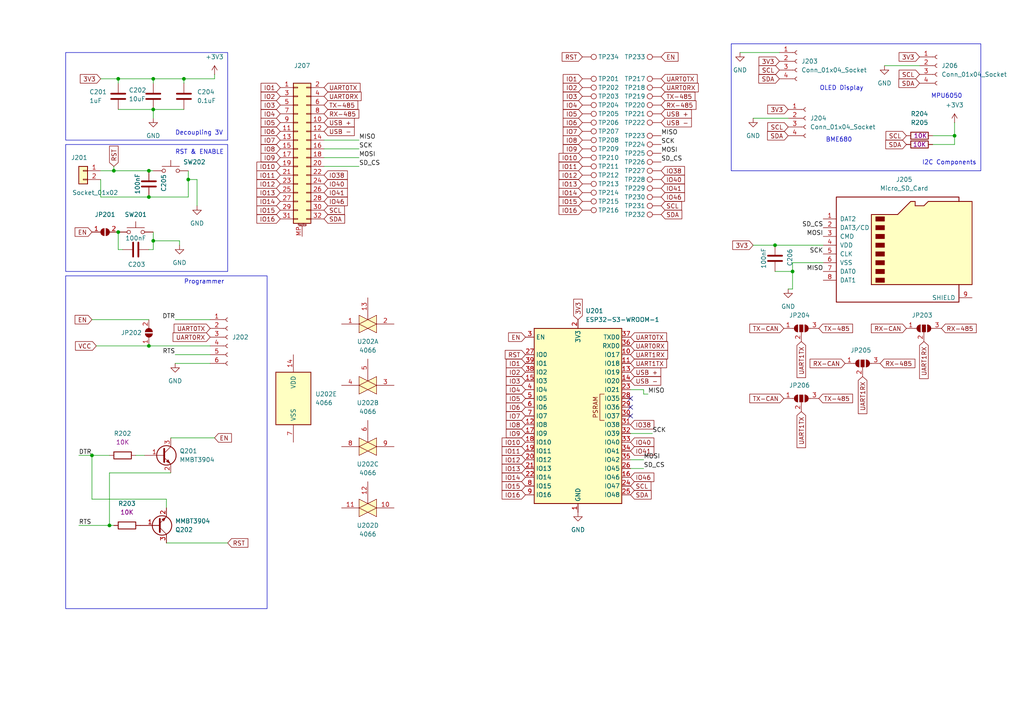
<source format=kicad_sch>
(kicad_sch (version 20231120) (generator "eeschema") (generator_version "8.0")
  (paper "A4")
  (junction (at 229.87 78.74))
  (junction (at 34.29 22.86))
  (junction (at 33.02 49.53))
  (junction (at 224.79 71.12))
  (junction (at 44.45 69.85))
  (junction (at 31.75 152.4))
  (junction (at 43.18 49.53))
  (junction (at 43.18 100.33))
  (junction (at 44.45 22.86))
  (junction (at 43.18 57.15))
  (junction (at 53.34 22.86))
  (junction (at 44.45 31.75))
  (junction (at 26.67 132.08))
  (junction (at 34.29 67.31))
  (junction (at 276.86 39.37))
  (junction (at 54.61 52.07))
  (no_connect (at 182.88 118.11))
  (no_connect (at 182.88 120.65))
  (no_connect (at 182.88 115.57))
  (wire (pts (xy 62.23 21.59) (xy 62.23 22.86)))
  (wire (pts (xy 26.67 92.71) (xy 43.18 92.71)))
  (wire (pts (xy 104.14 43.18) (xy 93.98 43.18)))
  (wire (pts (xy 53.34 22.86) (xy 44.45 22.86)))
  (wire (pts (xy 104.14 45.72) (xy 93.98 45.72)))
  (wire (pts (xy 34.29 22.86) (xy 44.45 22.86)))
  (wire (pts (xy 276.86 41.91) (xy 276.86 39.37)))
  (wire (pts (xy 229.87 83.82) (xy 229.87 78.74)))
  (wire (pts (xy 53.34 24.13) (xy 53.34 22.86)))
  (wire (pts (xy 229.87 76.2) (xy 238.76 76.2)))
  (wire (pts (xy 50.8 102.87) (xy 60.96 102.87)))
  (wire (pts (xy 229.87 78.74) (xy 229.87 76.2)))
  (wire (pts (xy 44.45 69.85) (xy 44.45 72.39)))
  (wire (pts (xy 54.61 49.53) (xy 54.61 52.07)))
  (wire (pts (xy 50.8 105.41) (xy 60.96 105.41)))
  (wire (pts (xy 50.8 92.71) (xy 60.96 92.71)))
  (wire (pts (xy 33.02 48.26) (xy 33.02 49.53)))
  (wire (pts (xy 31.75 132.08) (xy 26.67 132.08)))
  (wire (pts (xy 182.88 125.73) (xy 189.23 125.73)))
  (wire (pts (xy 33.02 49.53) (xy 43.18 49.53)))
  (wire (pts (xy 104.14 48.26) (xy 93.98 48.26)))
  (wire (pts (xy 187.96 114.3) (xy 186.69 114.3)))
  (wire (pts (xy 49.53 127) (xy 62.23 127)))
  (wire (pts (xy 48.26 157.48) (xy 66.04 157.48)))
  (wire (pts (xy 33.02 152.4) (xy 31.75 152.4)))
  (wire (pts (xy 34.29 31.75) (xy 44.45 31.75)))
  (wire (pts (xy 43.18 57.15) (xy 54.61 57.15)))
  (wire (pts (xy 22.86 132.08) (xy 26.67 132.08)))
  (wire (pts (xy 52.07 71.12) (xy 52.07 69.85)))
  (wire (pts (xy 57.15 52.07) (xy 54.61 52.07)))
  (wire (pts (xy 48.26 144.78) (xy 48.26 147.32)))
  (wire (pts (xy 224.79 71.12) (xy 238.76 71.12)))
  (wire (pts (xy 214.63 15.24) (xy 226.06 15.24)))
  (wire (pts (xy 57.15 52.07) (xy 57.15 59.69)))
  (wire (pts (xy 186.69 113.03) (xy 182.88 113.03)))
  (wire (pts (xy 53.34 22.86) (xy 62.23 22.86)))
  (wire (pts (xy 44.45 67.31) (xy 44.45 69.85)))
  (wire (pts (xy 218.44 34.29) (xy 228.6 34.29)))
  (wire (pts (xy 276.86 39.37) (xy 276.86 35.56)))
  (wire (pts (xy 182.88 135.89) (xy 186.69 135.89)))
  (wire (pts (xy 228.6 83.82) (xy 229.87 83.82)))
  (wire (pts (xy 256.54 19.05) (xy 266.7 19.05)))
  (wire (pts (xy 44.45 31.75) (xy 44.45 34.29)))
  (wire (pts (xy 31.75 137.16) (xy 31.75 152.4)))
  (wire (pts (xy 43.18 49.53) (xy 44.45 49.53)))
  (wire (pts (xy 186.69 114.3) (xy 186.69 113.03)))
  (wire (pts (xy 54.61 57.15) (xy 54.61 52.07)))
  (wire (pts (xy 43.18 72.39) (xy 44.45 72.39)))
  (wire (pts (xy 29.21 57.15) (xy 29.21 52.07)))
  (wire (pts (xy 29.21 57.15) (xy 43.18 57.15)))
  (wire (pts (xy 22.86 152.4) (xy 31.75 152.4)))
  (wire (pts (xy 224.79 78.74) (xy 229.87 78.74)))
  (wire (pts (xy 44.45 22.86) (xy 44.45 24.13)))
  (wire (pts (xy 31.75 137.16) (xy 49.53 137.16)))
  (wire (pts (xy 270.51 41.91) (xy 276.86 41.91)))
  (wire (pts (xy 27.94 100.33) (xy 43.18 100.33)))
  (wire (pts (xy 29.21 22.86) (xy 34.29 22.86)))
  (wire (pts (xy 26.67 144.78) (xy 48.26 144.78)))
  (wire (pts (xy 182.88 133.35) (xy 186.69 133.35)))
  (wire (pts (xy 218.44 71.12) (xy 224.79 71.12)))
  (wire (pts (xy 53.34 31.75) (xy 44.45 31.75)))
  (wire (pts (xy 34.29 67.31) (xy 34.29 72.39)))
  (wire (pts (xy 52.07 69.85) (xy 44.45 69.85)))
  (wire (pts (xy 34.29 72.39) (xy 35.56 72.39)))
  (wire (pts (xy 26.67 132.08) (xy 26.67 144.78)))
  (wire (pts (xy 104.14 40.64) (xy 93.98 40.64)))
  (wire (pts (xy 34.29 22.86) (xy 34.29 24.13)))
  (wire (pts (xy 39.37 132.08) (xy 41.91 132.08)))
  (wire (pts (xy 43.18 100.33) (xy 60.96 100.33)))
  (wire (pts (xy 33.02 49.53) (xy 29.21 49.53)))
  (wire (pts (xy 270.51 39.37) (xy 276.86 39.37)))
  (rectangle (start 19.05 80.01) (end 77.47 176.53))
  (rectangle (start 212.09 12.7) (end 284.48 49.53))
  (rectangle (start 19.05 15.24) (end 66.04 40.64))
  (rectangle (start 19.05 41.91) (end 66.04 78.74))
  (text "RST & ENABLE\n " (at 50.8 46.99 0) (effects (font (size 1.27 1.27)) (justify left bottom)))
  (text "Decoupling 3V\n" (at 50.8 39.37 0) (effects (font (size 1.27 1.27)) (justify left bottom)))
  (text "Programmer\n" (at 53.34 82.55 0) (effects (font (size 1.27 1.27)) (justify left bottom)))
  (text "OLED Display" (at 244.094 25.654 0) (effects (font (size 1.27 1.27))))
  (text "I2C Components" (at 275.336 47.244 0) (effects (font (size 1.27 1.27))))
  (text "MPU6050\n" (at 274.574 27.94 0) (effects (font (size 1.27 1.27))))
  (text "BME680" (at 243.332 40.64 0) (effects (font (size 1.27 1.27))))
  (label "DTR" (at 22.86 132.08 0))
  (label "MOSI" (at 186.69 133.35 0))
  (label "DTR" (at 50.8 92.71 180))
  (label "SD_CS" (at 191.77 46.99 0))
  (label "MISO" (at 191.77 39.37 0))
  (label "SCK" (at 189.23 125.73 0))
  (label "SD_CS" (at 186.69 135.89 0))
  (label "SCK" (at 238.76 73.66 180))
  (label "MOSI" (at 238.76 68.58 180))
  (label "MOSI" (at 104.14 45.72 0))
  (label "SD_CS" (at 104.14 48.26 0))
  (label "SCK" (at 191.77 41.91 0))
  (label "MISO" (at 104.14 40.64 0))
  (label "MISO" (at 238.76 78.74 180))
  (label "MOSI" (at 191.77 44.45 0))
  (label "MISO" (at 187.96 114.3 0))
  (label "RTS" (at 50.8 102.87 180))
  (label "SCK" (at 104.14 43.18 0))
  (label "SD_CS" (at 238.76 66.04 180))
  (label "RTS" (at 22.86 152.4 0))
  (global_label "IO5" (shape input) (at 152.4 115.57 180) (property "Intersheetrefs" "${INTERSHEET_REFS}" (effects (hide yes))))
  (global_label "IO38" (shape input) (at 182.88 123.19 0) (property "Intersheetrefs" "${INTERSHEET_REFS}" (effects (hide yes))))
  (global_label "IO46" (shape input) (at 182.88 138.43 0) (property "Intersheetrefs" "${INTERSHEET_REFS}" (effects (hide yes))))
  (global_label "IO14" (shape input) (at 168.91 55.88 180) (property "Intersheetrefs" "${INTERSHEET_REFS}" (effects (hide yes))))
  (global_label "SDA" (shape input) (at 93.98 63.5 0) (property "Intersheetrefs" "${INTERSHEET_REFS}" (effects (hide yes))))
  (global_label "IO5" (shape input) (at 81.28 35.56 180) (property "Intersheetrefs" "${INTERSHEET_REFS}" (effects (hide yes))))
  (global_label "IO2" (shape input) (at 152.4 107.95 180) (property "Intersheetrefs" "${INTERSHEET_REFS}" (effects (hide yes))))
  (global_label "RX-CAN" (shape input) (at 262.89 95.25 180) (property "Intersheetrefs" "${INTERSHEET_REFS}" (effects (hide yes))))
  (global_label "EN" (shape input) (at 26.67 92.71 180) (property "Intersheetrefs" "${INTERSHEET_REFS}" (effects (hide yes))))
  (global_label "IO11" (shape input) (at 81.28 50.8 180) (property "Intersheetrefs" "${INTERSHEET_REFS}" (effects (hide yes))))
  (global_label "3V3" (shape input) (at 218.44 71.12 180) (property "Intersheetrefs" "${INTERSHEET_REFS}" (effects (hide yes))))
  (global_label "UART0RX" (shape input) (at 60.96 97.79 180) (property "Intersheetrefs" "${INTERSHEET_REFS}" (effects (hide yes))))
  (global_label "SCL" (shape input) (at 182.88 140.97 0) (property "Intersheetrefs" "${INTERSHEET_REFS}" (effects (hide yes))))
  (global_label "TX-CAN" (shape input) (at 227.33 95.25 180) (property "Intersheetrefs" "${INTERSHEET_REFS}" (effects (hide yes))))
  (global_label "IO12" (shape input) (at 168.91 50.8 180) (property "Intersheetrefs" "${INTERSHEET_REFS}" (effects (hide yes))))
  (global_label "USB -" (shape input) (at 182.88 110.49 0) (property "Intersheetrefs" "${INTERSHEET_REFS}" (effects (hide yes))))
  (global_label "3V3" (shape input) (at 167.64 92.71 90) (property "Intersheetrefs" "${INTERSHEET_REFS}" (effects (hide yes))))
  (global_label "IO40" (shape input) (at 191.77 52.07 0) (property "Intersheetrefs" "${INTERSHEET_REFS}" (effects (hide yes))))
  (global_label "IO41" (shape input) (at 191.77 54.61 0) (property "Intersheetrefs" "${INTERSHEET_REFS}" (effects (hide yes))))
  (global_label "IO9" (shape input) (at 81.28 45.72 180) (property "Intersheetrefs" "${INTERSHEET_REFS}" (effects (hide yes))))
  (global_label "IO10" (shape input) (at 81.28 48.26 180) (property "Intersheetrefs" "${INTERSHEET_REFS}" (effects (hide yes))))
  (global_label "IO40" (shape input) (at 93.98 53.34 0) (property "Intersheetrefs" "${INTERSHEET_REFS}" (effects (hide yes))))
  (global_label "UART0TX" (shape input) (at 191.77 22.86 0) (property "Intersheetrefs" "${INTERSHEET_REFS}" (effects (hide yes))))
  (global_label "USB +" (shape input) (at 182.88 107.95 0) (property "Intersheetrefs" "${INTERSHEET_REFS}" (effects (hide yes))))
  (global_label "SDA" (shape input) (at 262.89 41.91 180) (property "Intersheetrefs" "${INTERSHEET_REFS}" (effects (hide yes))))
  (global_label "IO12" (shape input) (at 152.4 133.35 180) (property "Intersheetrefs" "${INTERSHEET_REFS}" (effects (hide yes))))
  (global_label "IO13" (shape input) (at 81.28 55.88 180) (property "Intersheetrefs" "${INTERSHEET_REFS}" (effects (hide yes))))
  (global_label "IO38" (shape input) (at 93.98 50.8 0) (property "Intersheetrefs" "${INTERSHEET_REFS}" (effects (hide yes))))
  (global_label "EN" (shape input) (at 26.67 67.31 180) (property "Intersheetrefs" "${INTERSHEET_REFS}" (effects (hide yes))))
  (global_label "IO2" (shape input) (at 168.91 25.4 180) (property "Intersheetrefs" "${INTERSHEET_REFS}" (effects (hide yes))))
  (global_label "USB -" (shape input) (at 93.98 38.1 0) (property "Intersheetrefs" "${INTERSHEET_REFS}" (effects (hide yes))))
  (global_label "IO38" (shape input) (at 191.77 49.53 0) (property "Intersheetrefs" "${INTERSHEET_REFS}" (effects (hide yes))))
  (global_label "IO15" (shape input) (at 81.28 60.96 180) (property "Intersheetrefs" "${INTERSHEET_REFS}" (effects (hide yes))))
  (global_label "SCL" (shape input) (at 191.77 59.69 0) (property "Intersheetrefs" "${INTERSHEET_REFS}" (effects (hide yes))))
  (global_label "SDA" (shape input) (at 228.6 39.37 180) (property "Intersheetrefs" "${INTERSHEET_REFS}" (effects (hide yes))))
  (global_label "UART0TX" (shape input) (at 182.88 97.79 0) (property "Intersheetrefs" "${INTERSHEET_REFS}" (effects (hide yes))))
  (global_label "IO7" (shape input) (at 168.91 38.1 180) (property "Intersheetrefs" "${INTERSHEET_REFS}" (effects (hide yes))))
  (global_label "IO7" (shape input) (at 81.28 40.64 180) (property "Intersheetrefs" "${INTERSHEET_REFS}" (effects (hide yes))))
  (global_label "RX-CAN" (shape input) (at 245.11 105.41 180) (property "Intersheetrefs" "${INTERSHEET_REFS}" (effects (hide yes))))
  (global_label "IO41" (shape input) (at 182.88 130.81 0) (property "Intersheetrefs" "${INTERSHEET_REFS}" (effects (hide yes))))
  (global_label "3V3" (shape input) (at 228.6 31.75 180) (property "Intersheetrefs" "${INTERSHEET_REFS}" (effects (hide yes))))
  (global_label "3V3" (shape input) (at 266.7 16.51 180) (property "Intersheetrefs" "${INTERSHEET_REFS}" (effects (hide yes))))
  (global_label "UART0RX" (shape input) (at 182.88 100.33 0) (property "Intersheetrefs" "${INTERSHEET_REFS}" (effects (hide yes))))
  (global_label "TX-485" (shape input) (at 237.49 95.25 0) (property "Intersheetrefs" "${INTERSHEET_REFS}" (effects (hide yes))))
  (global_label "IO5" (shape input) (at 168.91 33.02 180) (property "Intersheetrefs" "${INTERSHEET_REFS}" (effects (hide yes))))
  (global_label "RST" (shape input) (at 152.4 102.87 180) (property "Intersheetrefs" "${INTERSHEET_REFS}" (effects (hide yes))))
  (global_label "IO16" (shape input) (at 168.91 60.96 180) (property "Intersheetrefs" "${INTERSHEET_REFS}" (effects (hide yes))))
  (global_label "UART0RX" (shape input) (at 191.77 25.4 0) (property "Intersheetrefs" "${INTERSHEET_REFS}" (effects (hide yes))))
  (global_label "EN" (shape input) (at 62.23 127 0) (property "Intersheetrefs" "${INTERSHEET_REFS}" (effects (hide yes))))
  (global_label "IO16" (shape input) (at 81.28 63.5 180) (property "Intersheetrefs" "${INTERSHEET_REFS}" (effects (hide yes))))
  (global_label "IO7" (shape input) (at 152.4 120.65 180) (property "Intersheetrefs" "${INTERSHEET_REFS}" (effects (hide yes))))
  (global_label "TX-485" (shape input) (at 237.49 115.57 0) (property "Intersheetrefs" "${INTERSHEET_REFS}" (effects (hide yes))))
  (global_label "IO4" (shape input) (at 81.28 33.02 180) (property "Intersheetrefs" "${INTERSHEET_REFS}" (effects (hide yes))))
  (global_label "SCL" (shape input) (at 266.7 21.59 180) (property "Intersheetrefs" "${INTERSHEET_REFS}" (effects (hide yes))))
  (global_label "UART1TX" (shape input) (at 182.88 105.41 0) (property "Intersheetrefs" "${INTERSHEET_REFS}" (effects (hide yes))))
  (global_label "IO6" (shape input) (at 81.28 38.1 180) (property "Intersheetrefs" "${INTERSHEET_REFS}" (effects (hide yes))))
  (global_label "IO14" (shape input) (at 81.28 58.42 180) (property "Intersheetrefs" "${INTERSHEET_REFS}" (effects (hide yes))))
  (global_label "3V3" (shape input) (at 29.21 22.86 180) (property "Intersheetrefs" "${INTERSHEET_REFS}" (effects (hide yes))))
  (global_label "IO1" (shape input) (at 81.28 25.4 180) (property "Intersheetrefs" "${INTERSHEET_REFS}" (effects (hide yes))))
  (global_label "IO6" (shape input) (at 152.4 118.11 180) (property "Intersheetrefs" "${INTERSHEET_REFS}" (effects (hide yes))))
  (global_label "UART1TX" (shape input) (at 232.41 99.06 270) (property "Intersheetrefs" "${INTERSHEET_REFS}" (effects (hide yes))))
  (global_label "TX-CAN" (shape input) (at 227.33 115.57 180) (property "Intersheetrefs" "${INTERSHEET_REFS}" (effects (hide yes))))
  (global_label "RX-485" (shape input) (at 191.77 30.48 0) (property "Intersheetrefs" "${INTERSHEET_REFS}" (effects (hide yes))))
  (global_label "IO3" (shape input) (at 81.28 30.48 180) (property "Intersheetrefs" "${INTERSHEET_REFS}" (effects (hide yes))))
  (global_label "IO1" (shape input) (at 152.4 105.41 180) (property "Intersheetrefs" "${INTERSHEET_REFS}" (effects (hide yes))))
  (global_label "UART0RX" (shape input) (at 93.98 27.94 0) (property "Intersheetrefs" "${INTERSHEET_REFS}" (effects (hide yes))))
  (global_label "SCL" (shape input) (at 226.06 20.32 180) (property "Intersheetrefs" "${INTERSHEET_REFS}" (effects (hide yes))))
  (global_label "SCL" (shape input) (at 228.6 36.83 180) (property "Intersheetrefs" "${INTERSHEET_REFS}" (effects (hide yes))))
  (global_label "3V3" (shape input) (at 226.06 17.78 180) (property "Intersheetrefs" "${INTERSHEET_REFS}" (effects (hide yes))))
  (global_label "IO46" (shape input) (at 191.77 57.15 0) (property "Intersheetrefs" "${INTERSHEET_REFS}" (effects (hide yes))))
  (global_label "IO14" (shape input) (at 152.4 138.43 180) (property "Intersheetrefs" "${INTERSHEET_REFS}" (effects (hide yes))))
  (global_label "RST" (shape input) (at 33.02 48.26 90) (property "Intersheetrefs" "${INTERSHEET_REFS}" (effects (hide yes))))
  (global_label "IO8" (shape input) (at 168.91 40.64 180) (property "Intersheetrefs" "${INTERSHEET_REFS}" (effects (hide yes))))
  (global_label "SCL" (shape input) (at 93.98 60.96 0) (property "Intersheetrefs" "${INTERSHEET_REFS}" (effects (hide yes))))
  (global_label "IO15" (shape input) (at 168.91 58.42 180) (property "Intersheetrefs" "${INTERSHEET_REFS}" (effects (hide yes))))
  (global_label "IO3" (shape input) (at 168.91 27.94 180) (property "Intersheetrefs" "${INTERSHEET_REFS}" (effects (hide yes))))
  (global_label "UART0TX" (shape input) (at 60.96 95.25 180) (property "Intersheetrefs" "${INTERSHEET_REFS}" (effects (hide yes))))
  (global_label "IO4" (shape input) (at 168.91 30.48 180) (property "Intersheetrefs" "${INTERSHEET_REFS}" (effects (hide yes))))
  (global_label "IO9" (shape input) (at 168.91 43.18 180) (property "Intersheetrefs" "${INTERSHEET_REFS}" (effects (hide yes))))
  (global_label "RX-485" (shape input) (at 273.05 95.25 0) (property "Intersheetrefs" "${INTERSHEET_REFS}" (effects (hide yes))))
  (global_label "IO10" (shape input) (at 168.91 45.72 180) (property "Intersheetrefs" "${INTERSHEET_REFS}" (effects (hide yes))))
  (global_label "IO13" (shape input) (at 168.91 53.34 180) (property "Intersheetrefs" "${INTERSHEET_REFS}" (effects (hide yes))))
  (global_label "IO1" (shape input) (at 168.91 22.86 180) (property "Intersheetrefs" "${INTERSHEET_REFS}" (effects (hide yes))))
  (global_label "IO13" (shape input) (at 152.4 135.89 180) (property "Intersheetrefs" "${INTERSHEET_REFS}" (effects (hide yes))))
  (global_label "IO4" (shape input) (at 152.4 113.03 180) (property "Intersheetrefs" "${INTERSHEET_REFS}" (effects (hide yes))))
  (global_label "USB -" (shape input) (at 191.77 35.56 0) (property "Intersheetrefs" "${INTERSHEET_REFS}" (effects (hide yes))))
  (global_label "IO9" (shape input) (at 152.4 125.73 180) (property "Intersheetrefs" "${INTERSHEET_REFS}" (effects (hide yes))))
  (global_label "UART1TX" (shape input) (at 232.41 119.38 270) (property "Intersheetrefs" "${INTERSHEET_REFS}" (effects (hide yes))))
  (global_label "TX-485" (shape input) (at 93.98 30.48 0) (property "Intersheetrefs" "${INTERSHEET_REFS}" (effects (hide yes))))
  (global_label "VCC" (shape input) (at 27.94 100.33 180) (property "Intersheetrefs" "${INTERSHEET_REFS}" (effects (hide yes))))
  (global_label "UART1RX" (shape input) (at 267.97 99.06 270) (property "Intersheetrefs" "${INTERSHEET_REFS}" (effects (hide yes))))
  (global_label "RST" (shape input) (at 66.04 157.48 0) (property "Intersheetrefs" "${INTERSHEET_REFS}" (effects (hide yes))))
  (global_label "SCL" (shape input) (at 262.89 39.37 180) (property "Intersheetrefs" "${INTERSHEET_REFS}" (effects (hide yes))))
  (global_label "UART0TX" (shape input) (at 93.98 25.4 0) (property "Intersheetrefs" "${INTERSHEET_REFS}" (effects (hide yes))))
  (global_label "RST" (shape input) (at 168.91 16.51 180) (property "Intersheetrefs" "${INTERSHEET_REFS}" (effects (hide yes))))
  (global_label "SDA" (shape input) (at 191.77 62.23 0) (property "Intersheetrefs" "${INTERSHEET_REFS}" (effects (hide yes))))
  (global_label "IO16" (shape input) (at 152.4 143.51 180) (property "Intersheetrefs" "${INTERSHEET_REFS}" (effects (hide yes))))
  (global_label "USB +" (shape input) (at 191.77 33.02 0) (property "Intersheetrefs" "${INTERSHEET_REFS}" (effects (hide yes))))
  (global_label "SDA" (shape input) (at 182.88 143.51 0) (property "Intersheetrefs" "${INTERSHEET_REFS}" (effects (hide yes))))
  (global_label "IO8" (shape input) (at 152.4 123.19 180) (property "Intersheetrefs" "${INTERSHEET_REFS}" (effects (hide yes))))
  (global_label "IO11" (shape input) (at 152.4 130.81 180) (property "Intersheetrefs" "${INTERSHEET_REFS}" (effects (hide yes))))
  (global_label "RX-485" (shape input) (at 255.27 105.41 0) (property "Intersheetrefs" "${INTERSHEET_REFS}" (effects (hide yes))))
  (global_label "SDA" (shape input) (at 226.06 22.86 180) (property "Intersheetrefs" "${INTERSHEET_REFS}" (effects (hide yes))))
  (global_label "IO11" (shape input) (at 168.91 48.26 180) (property "Intersheetrefs" "${INTERSHEET_REFS}" (effects (hide yes))))
  (global_label "IO12" (shape input) (at 81.28 53.34 180) (property "Intersheetrefs" "${INTERSHEET_REFS}" (effects (hide yes))))
  (global_label "IO2" (shape input) (at 81.28 27.94 180) (property "Intersheetrefs" "${INTERSHEET_REFS}" (effects (hide yes))))
  (global_label "UART1RX" (shape input) (at 250.19 109.22 270) (property "Intersheetrefs" "${INTERSHEET_REFS}" (effects (hide yes))))
  (global_label "IO40" (shape input) (at 182.88 128.27 0) (property "Intersheetrefs" "${INTERSHEET_REFS}" (effects (hide yes))))
  (global_label "IO46" (shape input) (at 93.98 58.42 0) (property "Intersheetrefs" "${INTERSHEET_REFS}" (effects (hide yes))))
  (global_label "IO6" (shape input) (at 168.91 35.56 180) (property "Intersheetrefs" "${INTERSHEET_REFS}" (effects (hide yes))))
  (global_label "IO15" (shape input) (at 152.4 140.97 180) (property "Intersheetrefs" "${INTERSHEET_REFS}" (effects (hide yes))))
  (global_label "IO41" (shape input) (at 93.98 55.88 0) (property "Intersheetrefs" "${INTERSHEET_REFS}" (effects (hide yes))))
  (global_label "UART1RX" (shape input) (at 182.88 102.87 0) (property "Intersheetrefs" "${INTERSHEET_REFS}" (effects (hide yes))))
  (global_label "IO3" (shape input) (at 152.4 110.49 180) (property "Intersheetrefs" "${INTERSHEET_REFS}" (effects (hide yes))))
  (global_label "USB +" (shape input) (at 93.98 35.56 0) (property "Intersheetrefs" "${INTERSHEET_REFS}" (effects (hide yes))))
  (global_label "TX-485" (shape input) (at 191.77 27.94 0) (property "Intersheetrefs" "${INTERSHEET_REFS}" (effects (hide yes))))
  (global_label "RX-485" (shape input) (at 93.98 33.02 0) (property "Intersheetrefs" "${INTERSHEET_REFS}" (effects (hide yes))))
  (global_label "EN" (shape input) (at 191.77 16.51 0) (property "Intersheetrefs" "${INTERSHEET_REFS}" (effects (hide yes))))
  (global_label "IO10" (shape input) (at 152.4 128.27 180) (property "Intersheetrefs" "${INTERSHEET_REFS}" (effects (hide yes))))
  (global_label "EN" (shape input) (at 152.4 97.79 180) (property "Intersheetrefs" "${INTERSHEET_REFS}" (effects (hide yes))))
  (global_label "IO8" (shape input) (at 81.28 43.18 180) (property "Intersheetrefs" "${INTERSHEET_REFS}" (effects (hide yes))))
  (global_label "SDA" (shape input) (at 266.7 24.13 180) (property "Intersheetrefs" "${INTERSHEET_REFS}" (effects (hide yes))))
  (symbol (lib_id "Transistor_BJT:MMBT3904") (at 46.99 132.08 0) (unit 1)
    (property "Reference" "Q201" (at 52.07 130.81 0) (effects (justify left)))
    (property "Value" "MMBT3904" (at 52.07 133.35 0) (effects (justify left)))
    (property "Footprint" "Package_TO_SOT_SMD:SOT-23" (effects (hide yes)))
    (property "Datasheet" "https://www.onsemi.com/pdf/datasheet/pzt3904-d.pdf" (effects (hide yes)))
  )
  (symbol (lib_id "Connector:TestPoint") (at 191.77 62.23 90) (unit 1)
    (property "Reference" "TP232" (at 187.198 62.23 90) (effects (justify left)))
    (property "Value" "TestPoint" (effects (hide yes)))
    (property "Footprint" "TestPoint:TestPoint_Pad_D2.0mm" (effects (hide yes)))
    (property "Description" "test point" (effects (hide yes)))
  )
  (symbol (lib_id "Connector:TestPoint") (at 191.77 25.4 90) (unit 1)
    (property "Reference" "TP218" (at 187.198 25.4 90) (effects (justify left)))
    (property "Value" "TestPoint" (effects (hide yes)))
    (property "Footprint" "TestPoint:TestPoint_Pad_D2.0mm" (effects (hide yes)))
    (property "Description" "test point" (effects (hide yes)))
  )
  (symbol (lib_id "power:+3V3") (at 62.23 21.59 0) (unit 1)
    (property "Reference" "#PWR0206" (effects (hide yes)))
    (property "Value" "+3V3" (at 62.23 16.51 0))
    (property "Description" "Power symbol creates a global label with name \"+3V3\"" (effects (hide yes)))
  )
  (symbol (lib_id "Connector:TestPoint") (at 191.77 16.51 90) (unit 1)
    (property "Reference" "TP233" (at 187.198 16.51 90) (effects (justify left)))
    (property "Value" "TestPoint" (effects (hide yes)))
    (property "Footprint" "TestPoint:TestPoint_Pad_D2.0mm" (effects (hide yes)))
    (property "Description" "test point" (effects (hide yes)))
  )
  (symbol (lib_id "Connector_Generic_MountingPin:Conn_02x16_Odd_Even_MountingPin") (at 86.36 43.18 0) (unit 1)
    (property "Reference" "J207" (at 87.63 19.05 0))
    (property "Value" "Conn_02x16_Odd_Even_MountingPin" (effects (hide yes)))
    (property "Description" "Generic connectable mounting pin connector, double row, 02x16, odd/even pin numbering scheme (row 1 odd numbers, row 2 even numbers), script generated (kicad-library-utils/schlib/autogen/connector/)" (effects (hide yes)))
  )
  (symbol (lib_id "Connector:TestPoint") (at 168.91 33.02 270) (unit 1)
    (property "Reference" "TP205" (at 173.482 33.02 90) (effects (justify left)))
    (property "Value" "TestPoint" (effects (hide yes)))
    (property "Footprint" "TestPoint:TestPoint_Pad_D2.0mm" (effects (hide yes)))
    (property "Description" "test point" (effects (hide yes)))
  )
  (symbol (lib_id "4xxx:4066") (at 106.68 129.54 0) (unit 3)
    (property "Reference" "U202" (at 106.68 134.62 0))
    (property "Value" "4066" (at 106.68 137.16 0))
    (property "Datasheet" "http://www.ti.com/lit/ds/symlink/cd4066b.pdf" (effects (hide yes)))
    (property "Description" "Quad Analog Switches" (effects (hide yes)))
  )
  (symbol (lib_id "Connector:TestPoint") (at 191.77 52.07 90) (unit 1)
    (property "Reference" "TP228" (at 187.198 52.07 90) (effects (justify left)))
    (property "Value" "TestPoint" (effects (hide yes)))
    (property "Footprint" "TestPoint:TestPoint_Pad_D2.0mm" (effects (hide yes)))
    (property "Description" "test point" (effects (hide yes)))
  )
  (symbol (lib_id "4xxx:4066") (at 85.09 115.57 0) (unit 5)
    (property "Reference" "U202" (at 91.44 114.2999 0) (effects (justify left)))
    (property "Value" "4066" (at 91.44 116.8399 0) (effects (justify left)))
    (property "Datasheet" "http://www.ti.com/lit/ds/symlink/cd4066b.pdf" (effects (hide yes)))
    (property "Description" "Quad Analog Switches" (effects (hide yes)))
  )
  (symbol (lib_id "Connector:TestPoint") (at 168.91 22.86 270) (unit 1)
    (property "Reference" "TP201" (at 173.482 22.86 90) (effects (justify left)))
    (property "Value" "TestPoint" (effects (hide yes)))
    (property "Footprint" "TestPoint:TestPoint_Pad_D2.0mm" (effects (hide yes)))
    (property "Description" "test point" (effects (hide yes)))
  )
  (symbol (lib_id "Connector:TestPoint") (at 191.77 35.56 90) (unit 1)
    (property "Reference" "TP222" (at 187.198 35.56 90) (effects (justify left)))
    (property "Value" "TestPoint" (effects (hide yes)))
    (property "Footprint" "TestPoint:TestPoint_Pad_D2.0mm" (effects (hide yes)))
    (property "Description" "test point" (effects (hide yes)))
  )
  (symbol (lib_id "Connector:TestPoint") (at 168.91 60.96 270) (unit 1)
    (property "Reference" "TP216" (at 173.482 60.96 90) (effects (justify left)))
    (property "Value" "TestPoint" (effects (hide yes)))
    (property "Footprint" "TestPoint:TestPoint_Pad_D2.0mm" (effects (hide yes)))
    (property "Description" "test point" (effects (hide yes)))
  )
  (symbol (lib_id "Connector:TestPoint") (at 191.77 54.61 90) (unit 1)
    (property "Reference" "TP229" (at 187.198 54.61 90) (effects (justify left)))
    (property "Value" "TestPoint" (effects (hide yes)))
    (property "Footprint" "TestPoint:TestPoint_Pad_D2.0mm" (effects (hide yes)))
    (property "Description" "test point" (effects (hide yes)))
  )
  (symbol (lib_id "Connector:TestPoint") (at 191.77 22.86 90) (unit 1)
    (property "Reference" "TP217" (at 187.198 22.86 90) (effects (justify left)))
    (property "Value" "TestPoint" (effects (hide yes)))
    (property "Footprint" "TestPoint:TestPoint_Pad_D2.0mm" (effects (hide yes)))
    (property "Description" "test point" (effects (hide yes)))
  )
  (symbol (lib_id "Device:C") (at 39.37 72.39 90) (unit 1)
    (property "Reference" "C203" (at 39.624 76.708 90))
    (property "Value" "100nF" (at 39.37 69.088 90))
    (property "Footprint" "Capacitor_SMD:C_0603_1608Metric_Pad1.08x0.95mm_HandSolder" (effects (hide yes)))
    (property "Description" "Unpolarized capacitor" (effects (hide yes)))
  )
  (symbol (lib_id "PCM_4ms_Power-symbol:GND") (at 44.45 34.29 0) (unit 1)
    (property "Reference" "#PWR0202" (effects (hide yes)))
    (property "Value" "GND" (at 44.45 39.37 0))
  )
  (symbol (lib_id "Device:C") (at 53.34 27.94 0) (unit 1)
    (property "Reference" "C204" (at 57.15 26.6699 0) (effects (justify left)))
    (property "Value" "0.1uF" (at 57.15 29.2099 0) (effects (justify left)))
    (property "Footprint" "Capacitor_SMD:C_0603_1608Metric_Pad1.08x0.95mm_HandSolder" (effects (hide yes)))
    (property "Description" "Unpolarized capacitor" (effects (hide yes)))
  )
  (symbol (lib_id "Connector:TestPoint") (at 168.91 30.48 270) (unit 1)
    (property "Reference" "TP204" (at 173.482 30.48 90) (effects (justify left)))
    (property "Value" "TestPoint" (effects (hide yes)))
    (property "Footprint" "TestPoint:TestPoint_Pad_D2.0mm" (effects (hide yes)))
    (property "Description" "test point" (effects (hide yes)))
  )
  (symbol (lib_id "PCM_4ms_Resistor:0R_0603") (at 35.56 132.08 90) (unit 1)
    (property "Reference" "R202" (at 35.56 125.73 90))
    (property "Value" "0R_0603" (effects (hide yes)))
    (property "Footprint" "Resistor_SMD:R_0603_1608Metric_Pad0.98x0.95mm_HandSolder" (effects (hide yes)))
    (property "Specifications" "0R, 1%, 1/10W, 0603" (effects (hide yes)))
    (property "Manufacturer" "Yageo" (effects (hide yes)))
    (property "Part Number" "RC0603FR-100RL" (effects (hide yes)))
    (property "Display" "10K" (at 35.56 128.27 90))
    (property "JLCPCB ID" "C21189" (effects (hide yes)))
  )
  (symbol (lib_id "Connector:Micro_SD_Card") (at 261.62 71.12 0) (unit 1)
    (property "Reference" "J205" (at 262.255 52.07 0))
    (property "Value" "Micro_SD_Card" (at 262.255 54.61 0))
    (property "Datasheet" "http://katalog.we-online.de/em/datasheet/693072010801.pdf" (effects (hide yes)))
    (property "Description" "Micro SD Card Socket" (effects (hide yes)))
  )
  (symbol (lib_id "PCM_4ms_Power-symbol:GND") (at 228.6 83.82 0) (unit 1)
    (property "Reference" "#PWR0210" (effects (hide yes)))
    (property "Value" "GND" (at 228.6 88.9 0))
  )
  (symbol (lib_id "Connector:TestPoint") (at 168.91 58.42 270) (unit 1)
    (property "Reference" "TP215" (at 173.482 58.42 90) (effects (justify left)))
    (property "Value" "TestPoint" (effects (hide yes)))
    (property "Footprint" "TestPoint:TestPoint_Pad_D2.0mm" (effects (hide yes)))
    (property "Description" "test point" (effects (hide yes)))
  )
  (symbol (lib_id "Connector:TestPoint") (at 191.77 57.15 90) (unit 1)
    (property "Reference" "TP230" (at 187.198 57.15 90) (effects (justify left)))
    (property "Value" "TestPoint" (effects (hide yes)))
    (property "Footprint" "TestPoint:TestPoint_Pad_D2.0mm" (effects (hide yes)))
    (property "Description" "test point" (effects (hide yes)))
  )
  (symbol (lib_id "Device:C") (at 44.45 27.94 0) (unit 1)
    (property "Reference" "C202" (at 37.338 26.162 0) (effects (justify left)))
    (property "Value" "10uF" (at 37.338 28.702 0) (effects (justify left)))
    (property "Footprint" "Capacitor_SMD:C_0603_1608Metric_Pad1.08x0.95mm_HandSolder" (effects (hide yes)))
    (property "Description" "Unpolarized capacitor" (effects (hide yes)))
  )
  (symbol (lib_id "Jumper:SolderJumper_3_Open") (at 232.41 115.57 0) (unit 1) (exclude_from_sim yes) (in_bom no)
    (property "Reference" "JP206" (at 231.902 111.76 0))
    (property "Value" "SolderJumper_3_Open" (effects (hide yes)))
    (property "Footprint" "Jumper:SolderJumper-3_P2.0mm_Open_TrianglePad1.0x1.5mm" (effects (hide yes)))
    (property "Description" "Solder Jumper, 3-pole, open" (effects (hide yes)))
  )
  (symbol (lib_id "Switch:SW_Omron_B3FS") (at 49.53 49.53 0) (unit 1)
    (property "Reference" "SW202" (at 56.388 46.99 0))
    (property "Value" "SW_Omron_B3FS" (effects (hide yes)))
    (property "Footprint" "Button_Switch_SMD:SW_Tactile_SPST_NO_Straight_CK_PTS636Sx25SMTRLFS" (effects (hide yes)))
    (property "Datasheet" "https://omronfs.omron.com/en_US/ecb/products/pdf/en-b3fs.pdf" (effects (hide yes)))
  )
  (symbol (lib_id "Connector:Conn_01x04_Socket") (at 271.78 19.05 0) (unit 1)
    (property "Reference" "J206" (at 273.05 19.0499 0) (effects (justify left)))
    (property "Value" "Conn_01x04_Socket" (at 273.05 21.5899 0) (effects (justify left)))
    (property "Footprint" "Connector_PinSocket_2.54mm:PinSocket_1x04_P2.54mm_Vertical" (effects (hide yes)))
    (property "Description" "Generic connector, single row, 01x04, script generated" (effects (hide yes)))
  )
  (symbol (lib_id "Connector:TestPoint") (at 168.91 45.72 270) (unit 1)
    (property "Reference" "TP210" (at 173.482 45.72 90) (effects (justify left)))
    (property "Value" "TestPoint" (effects (hide yes)))
    (property "Footprint" "TestPoint:TestPoint_Pad_D2.0mm" (effects (hide yes)))
    (property "Description" "test point" (effects (hide yes)))
  )
  (symbol (lib_id "Connector:TestPoint") (at 168.91 25.4 270) (unit 1)
    (property "Reference" "TP202" (at 173.482 25.4 90) (effects (justify left)))
    (property "Value" "TestPoint" (effects (hide yes)))
    (property "Footprint" "TestPoint:TestPoint_Pad_D2.0mm" (effects (hide yes)))
    (property "Description" "test point" (effects (hide yes)))
  )
  (symbol (lib_id "PCM_4ms_Power-symbol:GND") (at 214.63 15.24 0) (unit 1)
    (property "Reference" "#PWR0208" (effects (hide yes)))
    (property "Value" "GND" (at 214.63 20.32 0))
  )
  (symbol (lib_id "Device:C") (at 34.29 27.94 0) (unit 1)
    (property "Reference" "C201" (at 25.908 26.67 0) (effects (justify left)))
    (property "Value" "1uF" (at 25.908 29.21 0) (effects (justify left)))
    (property "Footprint" "Capacitor_SMD:C_0603_1608Metric_Pad1.08x0.95mm_HandSolder" (effects (hide yes)))
    (property "Description" "Unpolarized capacitor" (effects (hide yes)))
  )
  (symbol (lib_id "Connector:TestPoint") (at 168.91 27.94 270) (unit 1)
    (property "Reference" "TP203" (at 173.482 27.94 90) (effects (justify left)))
    (property "Value" "TestPoint" (effects (hide yes)))
    (property "Footprint" "TestPoint:TestPoint_Pad_D2.0mm" (effects (hide yes)))
    (property "Description" "test point" (effects (hide yes)))
  )
  (symbol (lib_id "Connector:TestPoint") (at 168.91 43.18 270) (unit 1)
    (property "Reference" "TP209" (at 173.482 43.18 90) (effects (justify left)))
    (property "Value" "TestPoint" (effects (hide yes)))
    (property "Footprint" "TestPoint:TestPoint_Pad_D2.0mm" (effects (hide yes)))
    (property "Description" "test point" (effects (hide yes)))
  )
  (symbol (lib_id "PCM_4ms_Power-symbol:GND") (at 57.15 59.69 0) (unit 1)
    (property "Reference" "#PWR0201" (effects (hide yes)))
    (property "Value" "GND" (at 57.15 64.77 0))
  )
  (symbol (lib_id "Jumper:SolderJumper_3_Open") (at 232.41 95.25 0) (unit 1) (exclude_from_sim yes) (in_bom no)
    (property "Reference" "JP204" (at 231.902 91.44 0))
    (property "Value" "SolderJumper_3_Open" (effects (hide yes)))
    (property "Footprint" "Jumper:SolderJumper-3_P2.0mm_Open_TrianglePad1.0x1.5mm" (effects (hide yes)))
    (property "Description" "Solder Jumper, 3-pole, open" (effects (hide yes)))
  )
  (symbol (lib_id "Connector:TestPoint") (at 168.91 40.64 270) (unit 1)
    (property "Reference" "TP208" (at 173.482 40.64 90) (effects (justify left)))
    (property "Value" "TestPoint" (effects (hide yes)))
    (property "Footprint" "TestPoint:TestPoint_Pad_D2.0mm" (effects (hide yes)))
    (property "Description" "test point" (effects (hide yes)))
  )
  (symbol (lib_id "PCM_4ms_Resistor:0R_0603") (at 266.7 39.37 270) (unit 1)
    (property "Reference" "R204" (at 266.7 33.02 90))
    (property "Value" "0R_0603" (effects (hide yes)))
    (property "Footprint" "Resistor_SMD:R_0603_1608Metric_Pad0.98x0.95mm_HandSolder" (effects (hide yes)))
    (property "Specifications" "0R, 1%, 1/10W, 0603" (effects (hide yes)))
    (property "Manufacturer" "Yageo" (effects (hide yes)))
    (property "Part Number" "RC0603FR-100RL" (effects (hide yes)))
    (property "Display" "10K" (at 266.954 39.37 90))
    (property "JLCPCB ID" "C21189" (effects (hide yes)))
  )
  (symbol (lib_id "Connector:TestPoint") (at 191.77 59.69 90) (unit 1)
    (property "Reference" "TP231" (at 187.198 59.69 90) (effects (justify left)))
    (property "Value" "TestPoint" (effects (hide yes)))
    (property "Footprint" "TestPoint:TestPoint_Pad_D2.0mm" (effects (hide yes)))
    (property "Description" "test point" (effects (hide yes)))
  )
  (symbol (lib_id "RF_Module:ESP32-S3-WROOM-1") (at 167.64 120.65 0) (unit 1)
    (property "Reference" "U201" (at 169.8341 90.17 0) (effects (justify left)))
    (property "Value" "ESP32-S3-WROOM-1" (at 169.8341 92.71 0) (effects (justify left)))
    (property "Footprint" "RF_Module:ESP32-S3-WROOM-1" (effects (hide yes)))
    (property "Datasheet" "https://www.espressif.com/sites/default/files/documentation/esp32-s3-wroom-1_wroom-1u_datasheet_en.pdf" (effects (hide yes)))
    (property "Description" "RF Module, ESP32-S3 SoC, Wi-Fi 802.11b/g/n, Bluetooth, BLE, 32-bit, 3.3V, onboard antenna, SMD" (effects (hide yes)))
  )
  (symbol (lib_id "Connector:TestPoint") (at 191.77 41.91 90) (unit 1)
    (property "Reference" "TP224" (at 187.198 41.91 90) (effects (justify left)))
    (property "Value" "TestPoint" (effects (hide yes)))
    (property "Footprint" "TestPoint:TestPoint_Pad_D2.0mm" (effects (hide yes)))
    (property "Description" "test point" (effects (hide yes)))
  )
  (symbol (lib_id "Connector:TestPoint") (at 191.77 49.53 90) (unit 1)
    (property "Reference" "TP227" (at 187.198 49.53 90) (effects (justify left)))
    (property "Value" "TestPoint" (effects (hide yes)))
    (property "Footprint" "TestPoint:TestPoint_Pad_D2.0mm" (effects (hide yes)))
    (property "Description" "test point" (effects (hide yes)))
  )
  (symbol (lib_id "Connector:TestPoint") (at 168.91 50.8 270) (unit 1)
    (property "Reference" "TP212" (at 173.482 50.8 90) (effects (justify left)))
    (property "Value" "TestPoint" (effects (hide yes)))
    (property "Footprint" "TestPoint:TestPoint_Pad_D2.0mm" (effects (hide yes)))
    (property "Description" "test point" (effects (hide yes)))
  )
  (symbol (lib_id "4xxx:4066") (at 106.68 147.32 0) (unit 4)
    (property "Reference" "U202" (at 106.68 152.4 0))
    (property "Value" "4066" (at 106.68 154.94 0))
    (property "Datasheet" "http://www.ti.com/lit/ds/symlink/cd4066b.pdf" (effects (hide yes)))
    (property "Description" "Quad Analog Switches" (effects (hide yes)))
  )
  (symbol (lib_id "Connector:TestPoint") (at 191.77 27.94 90) (unit 1)
    (property "Reference" "TP219" (at 187.198 27.94 90) (effects (justify left)))
    (property "Value" "TestPoint" (effects (hide yes)))
    (property "Footprint" "TestPoint:TestPoint_Pad_D2.0mm" (effects (hide yes)))
    (property "Description" "test point" (effects (hide yes)))
  )
  (symbol (lib_id "Connector:TestPoint") (at 168.91 35.56 270) (unit 1)
    (property "Reference" "TP206" (at 173.482 35.56 90) (effects (justify left)))
    (property "Value" "TestPoint" (effects (hide yes)))
    (property "Footprint" "TestPoint:TestPoint_Pad_D2.0mm" (effects (hide yes)))
    (property "Description" "test point" (effects (hide yes)))
  )
  (symbol (lib_id "4xxx:4066") (at 106.68 93.98 0) (unit 1)
    (property "Reference" "U202" (at 106.68 99.06 0))
    (property "Value" "4066" (at 106.68 101.6 0))
    (property "Datasheet" "http://www.ti.com/lit/ds/symlink/cd4066b.pdf" (effects (hide yes)))
    (property "Description" "Quad Analog Switches" (effects (hide yes)))
  )
  (symbol (lib_id "Connector:TestPoint") (at 191.77 33.02 90) (unit 1)
    (property "Reference" "TP221" (at 187.198 33.02 90) (effects (justify left)))
    (property "Value" "TestPoint" (effects (hide yes)))
    (property "Footprint" "TestPoint:TestPoint_Pad_D2.0mm" (effects (hide yes)))
    (property "Description" "test point" (effects (hide yes)))
  )
  (symbol (lib_id "PCM_4ms_Power-symbol:GND") (at 52.07 71.12 0) (unit 1)
    (property "Reference" "#PWR0203" (effects (hide yes)))
    (property "Value" "GND" (at 52.07 76.2 0))
  )
  (symbol (lib_id "Connector:TestPoint") (at 168.91 16.51 270) (unit 1)
    (property "Reference" "TP234" (at 173.482 16.51 90) (effects (justify left)))
    (property "Value" "TestPoint" (effects (hide yes)))
    (property "Footprint" "TestPoint:TestPoint_Pad_D2.0mm" (effects (hide yes)))
    (property "Description" "test point" (effects (hide yes)))
  )
  (symbol (lib_id "Connector:TestPoint") (at 168.91 38.1 270) (unit 1)
    (property "Reference" "TP207" (at 173.482 38.1 90) (effects (justify left)))
    (property "Value" "TestPoint" (effects (hide yes)))
    (property "Footprint" "TestPoint:TestPoint_Pad_D2.0mm" (effects (hide yes)))
    (property "Description" "test point" (effects (hide yes)))
  )
  (symbol (lib_id "Connector:TestPoint") (at 168.91 55.88 270) (unit 1)
    (property "Reference" "TP214" (at 173.482 55.88 90) (effects (justify left)))
    (property "Value" "TestPoint" (effects (hide yes)))
    (property "Footprint" "TestPoint:TestPoint_Pad_D2.0mm" (effects (hide yes)))
    (property "Description" "test point" (effects (hide yes)))
  )
  (symbol (lib_id "Device:C") (at 224.79 74.93 180) (unit 1)
    (property "Reference" "C206" (at 229.108 74.676 90))
    (property "Value" "100nF" (at 221.488 74.93 90))
    (property "Footprint" "Capacitor_SMD:C_0603_1608Metric_Pad1.08x0.95mm_HandSolder" (effects (hide yes)))
    (property "Description" "Unpolarized capacitor" (effects (hide yes)))
  )
  (symbol (lib_id "Connector:Conn_01x06_Socket") (at 66.04 97.79 0) (unit 1)
    (property "Reference" "J202" (at 67.31 97.7899 0) (effects (justify left)))
    (property "Value" "Conn_01x06_Socket" (effects (hide yes)))
    (property "Footprint" "Connector_PinSocket_2.54mm:PinSocket_1x06_P2.54mm_Vertical" (effects (hide yes)))
    (property "Description" "Generic connector, single row, 01x06, script generated" (effects (hide yes)))
  )
  (symbol (lib_id "PCM_4ms_Resistor:0R_0603") (at 266.7 41.91 90) (unit 1)
    (property "Reference" "R205" (at 266.7 35.56 90))
    (property "Value" "0R_0603" (effects (hide yes)))
    (property "Footprint" "Resistor_SMD:R_0603_1608Metric_Pad0.98x0.95mm_HandSolder" (effects (hide yes)))
    (property "Specifications" "0R, 1%, 1/10W, 0603" (effects (hide yes)))
    (property "Manufacturer" "Yageo" (effects (hide yes)))
    (property "Part Number" "RC0603FR-100RL" (effects (hide yes)))
    (property "Display" "10K" (at 266.7 41.91 90))
    (property "JLCPCB ID" "C21189" (effects (hide yes)))
  )
  (symbol (lib_id "Connector:TestPoint") (at 191.77 39.37 90) (unit 1)
    (property "Reference" "TP223" (at 187.198 39.37 90) (effects (justify left)))
    (property "Value" "TestPoint" (effects (hide yes)))
    (property "Footprint" "TestPoint:TestPoint_Pad_D2.0mm" (effects (hide yes)))
    (property "Description" "test point" (effects (hide yes)))
  )
  (symbol (lib_id "Connector:TestPoint") (at 191.77 46.99 90) (unit 1)
    (property "Reference" "TP226" (at 187.198 46.99 90) (effects (justify left)))
    (property "Value" "TestPoint" (effects (hide yes)))
    (property "Footprint" "TestPoint:TestPoint_Pad_D2.0mm" (effects (hide yes)))
    (property "Description" "test point" (effects (hide yes)))
  )
  (symbol (lib_id "PCM_4ms_Power-symbol:GND") (at 167.64 148.59 0) (unit 1)
    (property "Reference" "#PWR0207" (effects (hide yes)))
    (property "Value" "GND" (at 167.64 153.67 0))
  )
  (symbol (lib_id "Jumper:SolderJumper_2_Open") (at 43.18 96.52 90) (unit 1)
    (property "Reference" "JP202" (at 38.1 96.52 90))
    (property "Value" "SolderJumper_2_Open" (effects (hide yes)))
    (property "Footprint" "Manupa:small_jumper" (effects (hide yes)))
  )
  (symbol (lib_id "PCM_4ms_Connector:Socket_01x02") (at 24.13 49.53 0) (mirror y) (unit 1)
    (property "Reference" "J201" (at 25.4 45.72 0) (effects (justify left)))
    (property "Value" "Socket_01x02" (at 34.29 55.88 0) (effects (justify left)))
    (property "Footprint" "Connector_PinSocket_2.54mm:PinSocket_1x02_P2.54mm_Vertical" (effects (hide yes)))
    (property "Specifications" "Socket Header, 1*2, spacing 2.54mm, Vertical" (effects (hide yes)))
    (property "Manufacturer" "?" (effects (hide yes)))
    (property "Part Number" "?" (effects (hide yes)))
  )
  (symbol (lib_id "Jumper:SolderJumper_2_Open") (at 30.48 67.31 0) (unit 1)
    (property "Reference" "JP201" (at 30.48 62.23 0))
    (property "Value" "SolderJumper_2_Open" (effects (hide yes)))
    (property "Footprint" "Manupa:small_jumper" (effects (hide yes)))
  )
  (symbol (lib_id "Connector:Conn_01x04_Socket") (at 233.68 34.29 0) (unit 1)
    (property "Reference" "J204" (at 234.95 34.2899 0) (effects (justify left)))
    (property "Value" "Conn_01x04_Socket" (at 234.95 36.8299 0) (effects (justify left)))
    (property "Footprint" "Connector_PinSocket_2.54mm:PinSocket_1x04_P2.54mm_Vertical" (effects (hide yes)))
    (property "Description" "Generic connector, single row, 01x04, script generated" (effects (hide yes)))
  )
  (symbol (lib_id "PCM_4ms_Power-symbol:GND") (at 256.54 19.05 0) (unit 1)
    (property "Reference" "#PWR0211" (effects (hide yes)))
    (property "Value" "GND" (at 256.54 24.13 0))
  )
  (symbol (lib_id "Device:C") (at 43.18 53.34 180) (unit 1)
    (property "Reference" "C205" (at 47.498 53.086 90))
    (property "Value" "100nF" (at 39.878 53.34 90))
    (property "Footprint" "Capacitor_SMD:C_0603_1608Metric_Pad1.08x0.95mm_HandSolder" (effects (hide yes)))
    (property "Description" "Unpolarized capacitor" (effects (hide yes)))
  )
  (symbol (lib_id "Jumper:SolderJumper_3_Open") (at 250.19 105.41 0) (unit 1) (exclude_from_sim yes) (in_bom no)
    (property "Reference" "JP205" (at 249.682 101.6 0))
    (property "Value" "SolderJumper_3_Open" (effects (hide yes)))
    (property "Footprint" "Jumper:SolderJumper-3_P2.0mm_Open_TrianglePad1.0x1.5mm" (effects (hide yes)))
    (property "Description" "Solder Jumper, 3-pole, open" (effects (hide yes)))
  )
  (symbol (lib_id "Connector:Conn_01x04_Socket") (at 231.14 17.78 0) (unit 1)
    (property "Reference" "J203" (at 232.41 17.7799 0) (effects (justify left)))
    (property "Value" "Conn_01x04_Socket" (at 232.41 20.3199 0) (effects (justify left)))
    (property "Footprint" "Connector_PinSocket_2.54mm:PinSocket_1x04_P2.54mm_Vertical" (effects (hide yes)))
    (property "Description" "Generic connector, single row, 01x04, script generated" (effects (hide yes)))
  )
  (symbol (lib_id "4xxx:4066") (at 106.68 111.76 0) (unit 2)
    (property "Reference" "U202" (at 106.68 116.84 0))
    (property "Value" "4066" (at 106.68 119.38 0))
    (property "Datasheet" "http://www.ti.com/lit/ds/symlink/cd4066b.pdf" (effects (hide yes)))
    (property "Description" "Quad Analog Switches" (effects (hide yes)))
  )
  (symbol (lib_id "Connector:TestPoint") (at 191.77 30.48 90) (unit 1)
    (property "Reference" "TP220" (at 187.198 30.48 90) (effects (justify left)))
    (property "Value" "TestPoint" (effects (hide yes)))
    (property "Footprint" "TestPoint:TestPoint_Pad_D2.0mm" (effects (hide yes)))
    (property "Description" "test point" (effects (hide yes)))
  )
  (symbol (lib_id "Connector:TestPoint") (at 168.91 48.26 270) (unit 1)
    (property "Reference" "TP211" (at 173.482 48.26 90) (effects (justify left)))
    (property "Value" "TestPoint" (effects (hide yes)))
    (property "Footprint" "TestPoint:TestPoint_Pad_D2.0mm" (effects (hide yes)))
    (property "Description" "test point" (effects (hide yes)))
  )
  (symbol (lib_id "Connector:TestPoint") (at 191.77 44.45 90) (unit 1)
    (property "Reference" "TP225" (at 187.198 44.45 90) (effects (justify left)))
    (property "Value" "TestPoint" (effects (hide yes)))
    (property "Footprint" "TestPoint:TestPoint_Pad_D2.0mm" (effects (hide yes)))
    (property "Description" "test point" (effects (hide yes)))
  )
  (symbol (lib_id "Jumper:SolderJumper_3_Open") (at 267.97 95.25 0) (unit 1) (exclude_from_sim yes) (in_bom no)
    (property "Reference" "JP203" (at 267.462 91.44 0))
    (property "Value" "SolderJumper_3_Open" (effects (hide yes)))
    (property "Footprint" "Jumper:SolderJumper-3_P2.0mm_Open_TrianglePad1.0x1.5mm" (effects (hide yes)))
    (property "Description" "Solder Jumper, 3-pole, open" (effects (hide yes)))
  )
  (symbol (lib_id "PCM_4ms_Power-symbol:GND") (at 218.44 34.29 0) (unit 1)
    (property "Reference" "#PWR0209" (effects (hide yes)))
    (property "Value" "GND" (at 218.44 39.37 0))
  )
  (symbol (lib_id "PCM_4ms_Resistor:0R_0603") (at 36.83 152.4 90) (unit 1)
    (property "Reference" "R203" (at 36.83 146.05 90))
    (property "Value" "0R_0603" (effects (hide yes)))
    (property "Footprint" "Resistor_SMD:R_0603_1608Metric_Pad0.98x0.95mm_HandSolder" (effects (hide yes)))
    (property "Specifications" "0R, 1%, 1/10W, 0603" (effects (hide yes)))
    (property "Manufacturer" "Yageo" (effects (hide yes)))
    (property "Part Number" "RC0603FR-100RL" (effects (hide yes)))
    (property "Display" "10K" (at 36.83 148.59 90))
    (property "JLCPCB ID" "C21189" (effects (hide yes)))
  )
  (symbol (lib_id "PCM_4ms_Power-symbol:GND") (at 50.8 105.41 0) (unit 1)
    (property "Reference" "#PWR0204" (effects (hide yes)))
    (property "Value" "GND" (at 50.8 110.49 0))
  )
  (symbol (lib_id "power:+3V3") (at 276.86 35.56 0) (unit 1)
    (property "Reference" "#PWR0205" (effects (hide yes)))
    (property "Value" "+3V3" (at 276.86 30.48 0))
    (property "Description" "Power symbol creates a global label with name \"+3V3\"" (effects (hide yes)))
  )
  (symbol (lib_id "Transistor_BJT:MMBT3904") (at 45.72 152.4 0) (mirror x) (unit 1)
    (property "Reference" "Q202" (at 50.8 153.6701 0) (effects (justify left)))
    (property "Value" "MMBT3904" (at 50.8 151.1301 0) (effects (justify left)))
    (property "Footprint" "Package_TO_SOT_SMD:SOT-23" (effects (hide yes)))
    (property "Datasheet" "https://www.onsemi.com/pdf/datasheet/pzt3904-d.pdf" (effects (hide yes)))
  )
  (symbol (lib_id "Connector:TestPoint") (at 168.91 53.34 270) (unit 1)
    (property "Reference" "TP213" (at 173.482 53.34 90) (effects (justify left)))
    (property "Value" "TestPoint" (effects (hide yes)))
    (property "Footprint" "TestPoint:TestPoint_Pad_D2.0mm" (effects (hide yes)))
    (property "Description" "test point" (effects (hide yes)))
  )
  (symbol (lib_id "Switch:SW_Omron_B3FS") (at 39.37 67.31 0) (unit 1)
    (property "Reference" "SW201" (at 39.37 62.23 0))
    (property "Value" "SW_Omron_B3FS" (effects (hide yes)))
    (property "Footprint" "Button_Switch_SMD:SW_Tactile_SPST_NO_Straight_CK_PTS636Sx25SMTRLFS" (effects (hide yes)))
    (property "Datasheet" "https://omronfs.omron.com/en_US/ecb/products/pdf/en-b3fs.pdf" (effects (hide yes)))
  )
)
</source>
